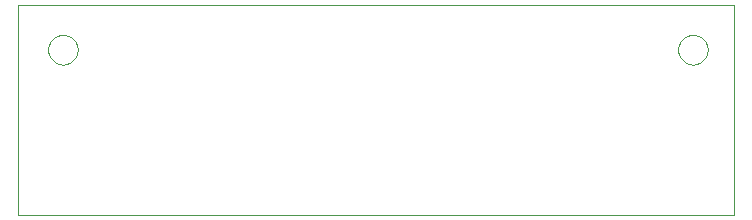
<source format=gko>
G75*
%MOIN*%
%OFA0B0*%
%FSLAX24Y24*%
%IPPOS*%
%LPD*%
%AMOC8*
5,1,8,0,0,1.08239X$1,22.5*
%
%ADD10C,0.0000*%
D10*
X000220Y000550D02*
X000220Y007546D01*
X024090Y007546D01*
X024090Y000550D01*
X000220Y000550D01*
X001228Y006050D02*
X001230Y006094D01*
X001236Y006138D01*
X001246Y006181D01*
X001259Y006223D01*
X001277Y006263D01*
X001298Y006302D01*
X001322Y006339D01*
X001349Y006374D01*
X001380Y006406D01*
X001413Y006435D01*
X001449Y006461D01*
X001487Y006483D01*
X001527Y006502D01*
X001568Y006518D01*
X001611Y006530D01*
X001654Y006538D01*
X001698Y006542D01*
X001742Y006542D01*
X001786Y006538D01*
X001829Y006530D01*
X001872Y006518D01*
X001913Y006502D01*
X001953Y006483D01*
X001991Y006461D01*
X002027Y006435D01*
X002060Y006406D01*
X002091Y006374D01*
X002118Y006339D01*
X002142Y006302D01*
X002163Y006263D01*
X002181Y006223D01*
X002194Y006181D01*
X002204Y006138D01*
X002210Y006094D01*
X002212Y006050D01*
X002210Y006006D01*
X002204Y005962D01*
X002194Y005919D01*
X002181Y005877D01*
X002163Y005837D01*
X002142Y005798D01*
X002118Y005761D01*
X002091Y005726D01*
X002060Y005694D01*
X002027Y005665D01*
X001991Y005639D01*
X001953Y005617D01*
X001913Y005598D01*
X001872Y005582D01*
X001829Y005570D01*
X001786Y005562D01*
X001742Y005558D01*
X001698Y005558D01*
X001654Y005562D01*
X001611Y005570D01*
X001568Y005582D01*
X001527Y005598D01*
X001487Y005617D01*
X001449Y005639D01*
X001413Y005665D01*
X001380Y005694D01*
X001349Y005726D01*
X001322Y005761D01*
X001298Y005798D01*
X001277Y005837D01*
X001259Y005877D01*
X001246Y005919D01*
X001236Y005962D01*
X001230Y006006D01*
X001228Y006050D01*
X022228Y006050D02*
X022230Y006094D01*
X022236Y006138D01*
X022246Y006181D01*
X022259Y006223D01*
X022277Y006263D01*
X022298Y006302D01*
X022322Y006339D01*
X022349Y006374D01*
X022380Y006406D01*
X022413Y006435D01*
X022449Y006461D01*
X022487Y006483D01*
X022527Y006502D01*
X022568Y006518D01*
X022611Y006530D01*
X022654Y006538D01*
X022698Y006542D01*
X022742Y006542D01*
X022786Y006538D01*
X022829Y006530D01*
X022872Y006518D01*
X022913Y006502D01*
X022953Y006483D01*
X022991Y006461D01*
X023027Y006435D01*
X023060Y006406D01*
X023091Y006374D01*
X023118Y006339D01*
X023142Y006302D01*
X023163Y006263D01*
X023181Y006223D01*
X023194Y006181D01*
X023204Y006138D01*
X023210Y006094D01*
X023212Y006050D01*
X023210Y006006D01*
X023204Y005962D01*
X023194Y005919D01*
X023181Y005877D01*
X023163Y005837D01*
X023142Y005798D01*
X023118Y005761D01*
X023091Y005726D01*
X023060Y005694D01*
X023027Y005665D01*
X022991Y005639D01*
X022953Y005617D01*
X022913Y005598D01*
X022872Y005582D01*
X022829Y005570D01*
X022786Y005562D01*
X022742Y005558D01*
X022698Y005558D01*
X022654Y005562D01*
X022611Y005570D01*
X022568Y005582D01*
X022527Y005598D01*
X022487Y005617D01*
X022449Y005639D01*
X022413Y005665D01*
X022380Y005694D01*
X022349Y005726D01*
X022322Y005761D01*
X022298Y005798D01*
X022277Y005837D01*
X022259Y005877D01*
X022246Y005919D01*
X022236Y005962D01*
X022230Y006006D01*
X022228Y006050D01*
M02*

</source>
